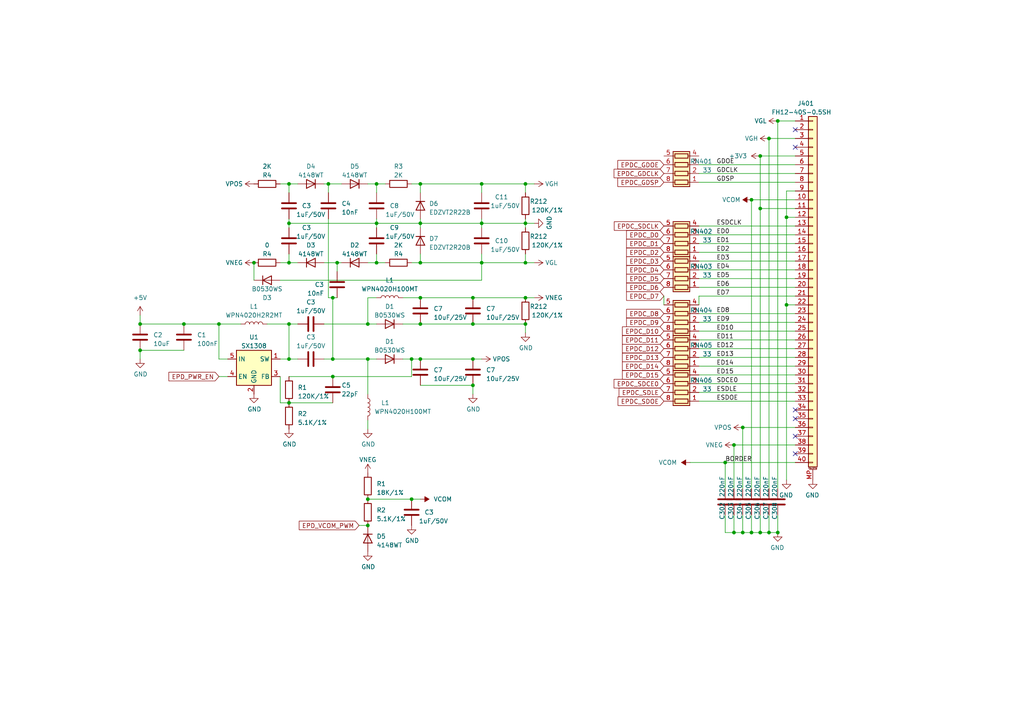
<source format=kicad_sch>
(kicad_sch (version 20230121) (generator eeschema)
  (paper "A4")
  (title_block (title "Caster EPDC") (date "2022-07-03") (rev "R0.4") (company "Copyright 2022 Modos / Engineer: Wenting Zhang"))
  (lib_symbols
    (symbol "Connector_Generic_MountingPin:Conn_01x40_MountingPin" (pin_names (offset 1.016) hide)
      (property "Reference" "J" (at 0 50.8 0))
      (property "Value" "Conn_01x40_MountingPin" (at 1.27 -53.34 0))
      (symbol "Conn_01x40_MountingPin_1_1"
        (text "Mounting" (at 0 -52.451 0) (effects (font (size 0.381 0.381))))
        (pin passive line (at -5.08 48.26 0) (length 3.81) (name "Pin_1") (number "1"))
        (pin passive line (at -5.08 25.4 0) (length 3.81) (name "Pin_10") (number "10"))
        (pin passive line (at -5.08 22.86 0) (length 3.81) (name "Pin_11") (number "11"))
        (pin passive line (at -5.08 20.32 0) (length 3.81) (name "Pin_12") (number "12"))
        (pin passive line (at -5.08 17.78 0) (length 3.81) (name "Pin_13") (number "13"))
        (pin passive line (at -5.08 15.24 0) (length 3.81) (name "Pin_14") (number "14"))
        (pin passive line (at -5.08 12.7 0) (length 3.81) (name "Pin_15") (number "15"))
        (pin passive line (at -5.08 10.16 0) (length 3.81) (name "Pin_16") (number "16"))
        (pin passive line (at -5.08 7.62 0) (length 3.81) (name "Pin_17") (number "17"))
        (pin passive line (at -5.08 5.08 0) (length 3.81) (name "Pin_18") (number "18"))
        (pin passive line (at -5.08 2.54 0) (length 3.81) (name "Pin_19") (number "19"))
        (pin passive line (at -5.08 45.72 0) (length 3.81) (name "Pin_2") (number "2"))
        (pin passive line (at -5.08 0 0) (length 3.81) (name "Pin_20") (number "20"))
        (pin passive line (at -5.08 -2.54 0) (length 3.81) (name "Pin_21") (number "21"))
        (pin passive line (at -5.08 -5.08 0) (length 3.81) (name "Pin_22") (number "22"))
        (pin passive line (at -5.08 -7.62 0) (length 3.81) (name "Pin_23") (number "23"))
        (pin passive line (at -5.08 -10.16 0) (length 3.81) (name "Pin_24") (number "24"))
        (pin passive line (at -5.08 -12.7 0) (length 3.81) (name "Pin_25") (number "25"))
        (pin passive line (at -5.08 -15.24 0) (length 3.81) (name "Pin_26") (number "26"))
        (pin passive line (at -5.08 -17.78 0) (length 3.81) (name "Pin_27") (number "27"))
        (pin passive line (at -5.08 -20.32 0) (length 3.81) (name "Pin_28") (number "28"))
        (pin passive line (at -5.08 -22.86 0) (length 3.81) (name "Pin_29") (number "29"))
        (pin passive line (at -5.08 43.18 0) (length 3.81) (name "Pin_3") (number "3"))
        (pin passive line (at -5.08 -25.4 0) (length 3.81) (name "Pin_30") (number "30"))
        (pin passive line (at -5.08 -27.94 0) (length 3.81) (name "Pin_31") (number "31"))
        (pin passive line (at -5.08 -30.48 0) (length 3.81) (name "Pin_32") (number "32"))
        (pin passive line (at -5.08 -33.02 0) (length 3.81) (name "Pin_33") (number "33"))
        (pin passive line (at -5.08 -35.56 0) (length 3.81) (name "Pin_34") (number "34"))
        (pin passive line (at -5.08 -38.1 0) (length 3.81) (name "Pin_35") (number "35"))
        (pin passive line (at -5.08 -40.64 0) (length 3.81) (name "Pin_36") (number "36"))
        (pin passive line (at -5.08 -43.18 0) (length 3.81) (name "Pin_37") (number "37"))
        (pin passive line (at -5.08 -45.72 0) (length 3.81) (name "Pin_38") (number "38"))
        (pin passive line (at -5.08 -48.26 0) (length 3.81) (name "Pin_39") (number "39"))
        (pin passive line (at -5.08 40.64 0) (length 3.81) (name "Pin_4") (number "4"))
        (pin passive line (at -5.08 -50.8 0) (length 3.81) (name "Pin_40") (number "40"))
        (pin passive line (at -5.08 38.1 0) (length 3.81) (name "Pin_5") (number "5"))
        (pin passive line (at -5.08 35.56 0) (length 3.81) (name "Pin_6") (number "6"))
        (pin passive line (at -5.08 33.02 0) (length 3.81) (name "Pin_7") (number "7"))
        (pin passive line (at -5.08 30.48 0) (length 3.81) (name "Pin_8") (number "8"))
        (pin passive line (at -5.08 27.94 0) (length 3.81) (name "Pin_9") (number "9"))
        (pin passive line (at 0 -55.88 90) (length 3.048) (name "MountPin") (number "MP"))
      )
    )
    (symbol "Device:C" (pin_numbers hide) (pin_names (offset 0.254))
      (property "Reference" "C" (at 0.635 2.54 0))
      (property "Value" "C" (at 0.635 -2.54 0))
      (symbol "C_1_1"
        (pin passive line (at 0 3.81 270) (length 2.794) (name "~") (number "1"))
        (pin passive line (at 0 -3.81 90) (length 2.794) (name "~") (number "2"))
      )
    )
    (symbol "Device:D" (pin_numbers hide) (pin_names (offset 1.016) hide)
      (property "Reference" "D" (at 0 2.54 0))
      (property "Value" "D" (at 0 -2.54 0))
      (symbol "D_1_1"
        (pin passive line (at -3.81 0 0) (length 2.54) (name "K") (number "1"))
        (pin passive line (at 3.81 0 180) (length 2.54) (name "A") (number "2"))
      )
    )
    (symbol "Device:L" (pin_numbers hide) (pin_names (offset 1.016) hide)
      (property "Reference" "L" (at -1.27 0 90))
      (property "Value" "L" (at 1.905 0 90))
      (symbol "L_1_1"
        (pin passive line (at 0 3.81 270) (length 1.27) (name "1") (number "1"))
        (pin passive line (at 0 -3.81 90) (length 1.27) (name "2") (number "2"))
      )
    )
    (symbol "Device:R" (pin_numbers hide) (pin_names (offset 0))
      (property "Reference" "R" (at 2.032 0 90))
      (property "Value" "R" (at 0 0 90))
      (symbol "R_1_1"
        (pin passive line (at 0 3.81 270) (length 1.27) (name "~") (number "1"))
        (pin passive line (at 0 -3.81 90) (length 1.27) (name "~") (number "2"))
      )
    )
    (symbol "Device:R_Pack04" (pin_names (offset 0) hide)
      (property "Reference" "RN" (at -7.62 0 90))
      (property "Value" "R_Pack04" (at 5.08 0 90))
      (symbol "R_Pack04_1_1"
        (pin passive line (at -5.08 -5.08 90) (length 2.54) (name "R1.1") (number "1"))
        (pin passive line (at -2.54 -5.08 90) (length 2.54) (name "R2.1") (number "2"))
        (pin passive line (at 0 -5.08 90) (length 2.54) (name "R3.1") (number "3"))
        (pin passive line (at 2.54 -5.08 90) (length 2.54) (name "R4.1") (number "4"))
        (pin passive line (at 2.54 5.08 270) (length 2.54) (name "R4.2") (number "5"))
        (pin passive line (at 0 5.08 270) (length 2.54) (name "R3.2") (number "6"))
        (pin passive line (at -2.54 5.08 270) (length 2.54) (name "R2.2") (number "7"))
        (pin passive line (at -5.08 5.08 270) (length 2.54) (name "R1.2") (number "8"))
      )
    )
    (symbol "Regulator_Switching:MT3608"
      (property "Reference" "U" (at -2.54 8.89 0))
      (property "Value" "MT3608" (at -3.81 6.35 0))
      (symbol "MT3608_1_1"
        (pin passive line (at 7.62 2.54 180) (length 2.54) (name "SW") (number "1"))
        (pin power_in line (at 0 -7.62 90) (length 2.54) (name "GND") (number "2"))
        (pin input line (at 7.62 -2.54 180) (length 2.54) (name "FB") (number "3"))
        (pin input line (at -7.62 -2.54 0) (length 2.54) (name "EN") (number "4"))
        (pin power_in line (at -7.62 2.54 0) (length 2.54) (name "IN") (number "5"))
        (pin no_connect line (at 5.08 0 180) (length 2.54) hide (name "NC") (number "6"))
      )
    )
    (symbol "power:+3V3" (power) (pin_names (offset 0))
      (property "Value" "+3V3" (at 0 3.556 0))
      (symbol "+3V3_1_1"
        (pin power_in line (at 0 0 90) (length 0) hide (name "+3V3") (number "1"))
      )
    )
    (symbol "power:+5V" (power) (pin_names (offset 0))
      (property "Value" "+5V" (at 0 3.556 0))
      (symbol "+5V_1_1"
        (pin power_in line (at 0 0 90) (length 0) hide (name "+5V") (number "1"))
      )
    )
    (symbol "power:GND" (power) (pin_names (offset 0))
      (property "Value" "GND" (at 0 -3.81 0))
      (symbol "GND_1_1"
        (pin power_in line (at 0 0 270) (length 0) hide (name "GND") (number "1"))
      )
    )
    (symbol "power:VCOM" (power) (pin_names (offset 0))
      (property "Value" "VCOM" (at 0 3.81 0))
      (symbol "VCOM_1_1"
        (pin power_in line (at 0 0 90) (length 0) hide (name "VCOM") (number "1"))
      )
    )
    (symbol "symbols:VGH" (power) (pin_names (offset 0))
      (property "Value" "VGH" (at 0 3.556 0))
      (symbol "VGH_1_1"
        (pin power_in line (at 0 0 90) (length 0) hide (name "VGH") (number "1"))
      )
    )
    (symbol "symbols:VGL" (power) (pin_names (offset 0))
      (property "Value" "VGL" (at 0 3.556 0))
      (symbol "VGL_1_1"
        (pin power_in line (at 0 0 90) (length 0) hide (name "VGL") (number "1"))
      )
    )
    (symbol "symbols:VNEG" (power) (pin_names (offset 0))
      (property "Value" "VNEG" (at 0 3.556 0))
      (symbol "VNEG_1_1"
        (pin power_in line (at 0 0 90) (length 0) hide (name "VNEG") (number "1"))
      )
    )
    (symbol "symbols:VPOS" (power) (pin_names (offset 0))
      (property "Value" "VPOS" (at 0 3.556 0))
      (symbol "VPOS_1_1"
        (pin power_in line (at 0 0 90) (length 0) hide (name "VPOS") (number "1"))
      )
    )
  )
  (junction (at 215.4211 123.9812) (diameter 0.9144))
  (junction (at 83.82 76.2))
  (junction (at 96.52 109.22))
  (junction (at 121.92 93.98))
  (junction (at 83.82 104.14))
  (junction (at 97.79 76.2))
  (junction (at 137.16 93.98))
  (junction (at 63.5 93.98))
  (junction (at 121.92 76.2))
  (junction (at 83.82 93.98))
  (junction (at 96.52 104.14))
  (junction (at 220.5011 154.4612) (diameter 0.9144))
  (junction (at 217.9611 57.9412))
  (junction (at 225.5811 154.4612) (diameter 0.9144))
  (junction (at 152.4 76.2))
  (junction (at 137.16 111.76))
  (junction (at 83.82 64.77))
  (junction (at 152.4 93.98))
  (junction (at 137.16 86.36))
  (junction (at 73.66 76.2))
  (junction (at 228.1211 63.0212) (diameter 0.9144))
  (junction (at 40.64 101.6))
  (junction (at 220.5011 45.2412))
  (junction (at 121.92 86.36))
  (junction (at 137.16 104.14))
  (junction (at 96.52 86.36))
  (junction (at 139.7 53.34))
  (junction (at 210.3411 134.1412) (diameter 0.9144))
  (junction (at 217.9611 154.4612) (diameter 0.9144))
  (junction (at 225.5811 35.0812) (diameter 0.9144))
  (junction (at 121.92 104.14))
  (junction (at 109.22 53.34))
  (junction (at 223.0411 154.4612) (diameter 0.9144))
  (junction (at 139.7 64.77))
  (junction (at 95.25 53.34))
  (junction (at 139.7 76.2))
  (junction (at 223.0411 40.1612) (diameter 0.9144))
  (junction (at 152.4 86.36))
  (junction (at 106.68 152.4))
  (junction (at 53.34 93.98))
  (junction (at 106.68 93.98))
  (junction (at 119.38 104.14))
  (junction (at 83.82 53.34))
  (junction (at 106.68 144.78))
  (junction (at 40.64 93.98))
  (junction (at 119.38 144.78))
  (junction (at 152.4 53.34))
  (junction (at 121.92 53.34))
  (junction (at 83.82 116.84))
  (junction (at 212.8811 129.0612) (diameter 0.9144))
  (junction (at 106.68 104.14))
  (junction (at 109.22 76.2))
  (junction (at 152.4 64.77))
  (junction (at 228.1211 88.4212) (diameter 0.9144))
  (junction (at 109.22 64.77))
  (junction (at 215.4211 154.4612) (diameter 0.9144))
  (junction (at 212.8811 154.4612) (diameter 0.9144))
  (junction (at 121.92 64.77))
  (junction (at 220.5011 60.4812) (diameter 0.9144))
  (no_connect (at 230.6611 131.6012))
  (no_connect (at 230.6611 118.9012))
  (no_connect (at 230.6611 121.4412))
  (no_connect (at 230.6611 126.5212))
  (no_connect (at 230.6611 37.6212))
  (no_connect (at 230.6611 42.7012))
  (wire (pts (xy 77.47 93.98) (xy 83.82 93.98)))
  (wire (pts (xy 202.7211 70.6412) (xy 230.6611 70.6412)))
  (wire (pts (xy 152.4 93.98) (xy 152.4 96.52)))
  (wire (pts (xy 202.7211 85.8812) (xy 230.6611 85.8812)))
  (wire (pts (xy 223.0411 40.1612) (xy 230.6611 40.1612)))
  (wire (pts (xy 83.82 73.66) (xy 83.82 76.2)))
  (wire (pts (xy 121.92 86.36) (xy 137.16 86.36)))
  (wire (pts (xy 106.68 121.92) (xy 106.68 124.46)))
  (wire (pts (xy 137.16 104.14) (xy 139.7 104.14)))
  (wire (pts (xy 97.79 76.2) (xy 99.06 76.2)))
  (wire (pts (xy 220.5011 60.4812) (xy 220.5011 141.7612)))
  (wire (pts (xy 93.98 93.98) (xy 106.68 93.98)))
  (wire (pts (xy 83.82 109.22) (xy 96.52 109.22)))
  (wire (pts (xy 202.7211 47.7812) (xy 230.6611 47.7812)))
  (wire (pts (xy 217.9611 57.9412) (xy 230.6611 57.9412)))
  (wire (pts (xy 40.64 93.98) (xy 53.34 93.98)))
  (wire (pts (xy 202.7211 65.5612) (xy 230.6611 65.5612)))
  (wire (pts (xy 121.92 76.2) (xy 139.7 76.2)))
  (wire (pts (xy 109.22 64.77) (xy 121.92 64.77)))
  (wire (pts (xy 202.7211 75.7212) (xy 230.6611 75.7212)))
  (wire (pts (xy 202.7211 101.1212) (xy 230.6611 101.1212)))
  (wire (pts (xy 109.22 86.36) (xy 106.68 86.36)))
  (wire (pts (xy 192.5611 85.8812) (xy 192.5611 88.4212)))
  (wire (pts (xy 228.1211 55.4012) (xy 228.1211 63.0212)))
  (wire (pts (xy 81.28 53.34) (xy 83.82 53.34)))
  (wire (pts (xy 106.68 144.78) (xy 119.38 144.78)))
  (wire (pts (xy 106.68 53.34) (xy 109.22 53.34)))
  (wire (pts (xy 152.4 53.34) (xy 154.94 53.34)))
  (wire (pts (xy 202.7211 90.9612) (xy 230.6611 90.9612)))
  (wire (pts (xy 119.38 144.78) (xy 121.92 144.78)))
  (wire (pts (xy 53.34 93.98) (xy 63.5 93.98)))
  (wire (pts (xy 116.84 104.14) (xy 119.38 104.14)))
  (wire (pts (xy 73.66 76.2) (xy 73.66 81.28)))
  (wire (pts (xy 152.4 64.77) (xy 152.4 66.04)))
  (wire (pts (xy 109.22 53.34) (xy 109.22 55.88)))
  (wire (pts (xy 137.16 86.36) (xy 152.4 86.36)))
  (wire (pts (xy 202.7211 108.7412) (xy 230.6611 108.7412)))
  (wire (pts (xy 210.3411 149.3812) (xy 210.3411 154.4612)))
  (wire (pts (xy 83.82 64.77) (xy 109.22 64.77)))
  (wire (pts (xy 121.92 93.98) (xy 137.16 93.98)))
  (wire (pts (xy 228.1211 63.0212) (xy 228.1211 88.4212)))
  (wire (pts (xy 121.92 53.34) (xy 119.38 53.34)))
  (wire (pts (xy 210.3411 134.1412) (xy 210.3411 141.7612)))
  (wire (pts (xy 40.64 101.6) (xy 53.34 101.6)))
  (wire (pts (xy 202.7211 111.2812) (xy 230.6611 111.2812)))
  (wire (pts (xy 109.22 76.2) (xy 111.76 76.2)))
  (wire (pts (xy 121.92 104.14) (xy 137.16 104.14)))
  (wire (pts (xy 97.79 76.2) (xy 97.79 78.74)))
  (wire (pts (xy 202.7211 83.3412) (xy 230.6611 83.3412)))
  (wire (pts (xy 202.7211 96.0412) (xy 230.6611 96.0412)))
  (wire (pts (xy 66.04 109.22) (xy 63.5 109.22)))
  (wire (pts (xy 139.7 53.34) (xy 121.92 53.34)))
  (wire (pts (xy 95.25 53.34) (xy 95.25 55.88)))
  (wire (pts (xy 220.5011 45.2412) (xy 230.6611 45.2412)))
  (wire (pts (xy 106.68 76.2) (xy 109.22 76.2)))
  (wire (pts (xy 40.64 101.6) (xy 40.64 104.14)))
  (wire (pts (xy 81.28 76.2) (xy 83.82 76.2)))
  (wire (pts (xy 95.25 86.36) (xy 96.52 86.36)))
  (wire (pts (xy 83.82 116.84) (xy 81.28 116.84)))
  (wire (pts (xy 121.92 64.77) (xy 121.92 66.04)))
  (wire (pts (xy 200.1811 134.1412) (xy 210.3411 134.1412)))
  (wire (pts (xy 202.7211 52.8612) (xy 230.6611 52.8612)))
  (wire (pts (xy 96.52 104.14) (xy 106.68 104.14)))
  (wire (pts (xy 152.4 86.36) (xy 154.94 86.36)))
  (wire (pts (xy 109.22 73.66) (xy 109.22 76.2)))
  (wire (pts (xy 137.16 111.76) (xy 137.16 114.3)))
  (wire (pts (xy 96.52 109.22) (xy 119.38 109.22)))
  (wire (pts (xy 217.9611 149.3812) (xy 217.9611 154.4612)))
  (wire (pts (xy 223.0411 154.4612) (xy 225.5811 154.4612)))
  (wire (pts (xy 69.85 93.98) (xy 63.5 93.98)))
  (wire (pts (xy 202.7211 116.3612) (xy 230.6611 116.3612)))
  (wire (pts (xy 217.9611 57.9412) (xy 217.9611 141.7612)))
  (wire (pts (xy 202.7211 98.5812) (xy 230.6611 98.5812)))
  (wire (pts (xy 215.4211 123.9812) (xy 215.4211 141.7612)))
  (wire (pts (xy 228.1211 88.4212) (xy 230.6611 88.4212)))
  (wire (pts (xy 83.82 53.34) (xy 83.82 55.88)))
  (wire (pts (xy 228.1211 88.4212) (xy 228.1211 139.2212)))
  (wire (pts (xy 225.5811 35.0812) (xy 225.5811 141.7612)))
  (wire (pts (xy 40.64 91.44) (xy 40.64 93.98)))
  (wire (pts (xy 152.4 63.5) (xy 152.4 64.77)))
  (wire (pts (xy 139.7 55.88) (xy 139.7 53.34)))
  (wire (pts (xy 63.5 93.98) (xy 63.5 104.14)))
  (wire (pts (xy 202.7211 93.5012) (xy 230.6611 93.5012)))
  (wire (pts (xy 139.7 64.77) (xy 139.7 66.04)))
  (wire (pts (xy 106.68 93.98) (xy 109.22 93.98)))
  (wire (pts (xy 139.7 64.77) (xy 152.4 64.77)))
  (wire (pts (xy 225.5811 149.3812) (xy 225.5811 154.4612)))
  (wire (pts (xy 116.84 86.36) (xy 121.92 86.36)))
  (wire (pts (xy 93.98 76.2) (xy 97.79 76.2)))
  (wire (pts (xy 81.28 104.14) (xy 83.82 104.14)))
  (wire (pts (xy 106.68 86.36) (xy 106.68 93.98)))
  (wire (pts (xy 83.82 104.14) (xy 86.36 104.14)))
  (wire (pts (xy 81.28 116.84) (xy 81.28 109.22)))
  (wire (pts (xy 83.82 63.5) (xy 83.82 64.77)))
  (wire (pts (xy 121.92 64.77) (xy 139.7 64.77)))
  (wire (pts (xy 106.68 104.14) (xy 109.22 104.14)))
  (wire (pts (xy 109.22 64.77) (xy 109.22 66.04)))
  (wire (pts (xy 83.82 93.98) (xy 86.36 93.98)))
  (wire (pts (xy 109.22 53.34) (xy 111.76 53.34)))
  (wire (pts (xy 93.98 53.34) (xy 95.25 53.34)))
  (wire (pts (xy 215.4211 154.4612) (xy 217.9611 154.4612)))
  (wire (pts (xy 139.7 76.2) (xy 152.4 76.2)))
  (wire (pts (xy 202.7211 103.6612) (xy 230.6611 103.6612)))
  (wire (pts (xy 81.28 81.28) (xy 139.7 81.28)))
  (wire (pts (xy 119.38 109.22) (xy 119.38 104.14)))
  (wire (pts (xy 106.68 104.14) (xy 106.68 114.3)))
  (wire (pts (xy 83.82 93.98) (xy 83.82 104.14)))
  (wire (pts (xy 225.5811 35.0812) (xy 230.6611 35.0812)))
  (wire (pts (xy 152.4 73.66) (xy 152.4 76.2)))
  (wire (pts (xy 121.92 111.76) (xy 137.16 111.76)))
  (wire (pts (xy 83.82 76.2) (xy 86.36 76.2)))
  (wire (pts (xy 83.82 64.77) (xy 83.82 66.04)))
  (wire (pts (xy 137.16 93.98) (xy 152.4 93.98)))
  (wire (pts (xy 220.5011 60.4812) (xy 230.6611 60.4812)))
  (wire (pts (xy 139.7 53.34) (xy 152.4 53.34)))
  (wire (pts (xy 104.14 152.4) (xy 106.68 152.4)))
  (wire (pts (xy 116.84 93.98) (xy 121.92 93.98)))
  (wire (pts (xy 63.5 104.14) (xy 66.04 104.14)))
  (wire (pts (xy 212.8811 149.3812) (xy 212.8811 154.4612)))
  (wire (pts (xy 202.7211 106.2012) (xy 230.6611 106.2012)))
  (wire (pts (xy 95.25 63.5) (xy 95.25 86.36)))
  (wire (pts (xy 86.36 53.34) (xy 83.82 53.34)))
  (wire (pts (xy 228.1211 63.0212) (xy 230.6611 63.0212)))
  (wire (pts (xy 223.0411 40.1612) (xy 223.0411 141.7612)))
  (wire (pts (xy 121.92 73.66) (xy 121.92 76.2)))
  (wire (pts (xy 96.52 86.36) (xy 97.79 86.36)))
  (wire (pts (xy 139.7 81.28) (xy 139.7 76.2)))
  (wire (pts (xy 223.0411 149.3812) (xy 223.0411 154.4612)))
  (wire (pts (xy 152.4 64.77) (xy 154.94 64.77)))
  (wire (pts (xy 215.4211 149.3812) (xy 215.4211 154.4612)))
  (wire (pts (xy 152.4 76.2) (xy 154.94 76.2)))
  (wire (pts (xy 212.8811 154.4612) (xy 215.4211 154.4612)))
  (wire (pts (xy 109.22 63.5) (xy 109.22 64.77)))
  (wire (pts (xy 121.92 53.34) (xy 121.92 55.88)))
  (wire (pts (xy 212.8811 129.0612) (xy 230.6611 129.0612)))
  (wire (pts (xy 152.4 53.34) (xy 152.4 55.88)))
  (wire (pts (xy 202.7211 68.1012) (xy 230.6611 68.1012)))
  (wire (pts (xy 210.3411 154.4612) (xy 212.8811 154.4612)))
  (wire (pts (xy 202.7211 113.8212) (xy 230.6611 113.8212)))
  (wire (pts (xy 202.7211 78.2612) (xy 230.6611 78.2612)))
  (wire (pts (xy 202.7211 85.8812) (xy 202.7211 88.4212)))
  (wire (pts (xy 220.5011 45.2412) (xy 220.5011 60.4812)))
  (wire (pts (xy 119.38 104.14) (xy 121.92 104.14)))
  (wire (pts (xy 202.7211 73.1812) (xy 230.6611 73.1812)))
  (wire (pts (xy 215.4211 123.9812) (xy 230.6611 123.9812)))
  (wire (pts (xy 212.8811 129.0612) (xy 212.8811 141.7612)))
  (wire (pts (xy 139.7 63.5) (xy 139.7 64.77)))
  (wire (pts (xy 202.7211 50.3212) (xy 230.6611 50.3212)))
  (wire (pts (xy 217.9611 154.4612) (xy 220.5011 154.4612)))
  (wire (pts (xy 220.5011 149.3812) (xy 220.5011 154.4612)))
  (wire (pts (xy 210.3411 134.1412) (xy 230.6611 134.1412)))
  (wire (pts (xy 220.5011 154.4612) (xy 223.0411 154.4612)))
  (wire (pts (xy 230.6611 55.4012) (xy 228.1211 55.4012)))
  (wire (pts (xy 202.7211 80.8012) (xy 230.6611 80.8012)))
  (wire (pts (xy 83.82 116.84) (xy 96.52 116.84)))
  (wire (pts (xy 95.25 53.34) (xy 99.06 53.34)))
  (wire (pts (xy 96.52 86.36) (xy 96.52 104.14)))
  (wire (pts (xy 93.98 104.14) (xy 96.52 104.14)))
  (wire (pts (xy 139.7 73.66) (xy 139.7 76.2)))
  (wire (pts (xy 121.92 63.5) (xy 121.92 64.77)))
  (wire (pts (xy 119.38 76.2) (xy 121.92 76.2)))
  (label "GDOE" (at 207.8011 47.7812 0))
  (label "ED15" (at 207.8011 108.7412 0))
  (label "ED14" (at 207.8011 106.2012 0))
  (label "ED13" (at 207.8011 103.6612 0))
  (label "ESDCLK" (at 207.8011 65.5612 0))
  (label "GDCLK" (at 207.8011 50.3212 0))
  (label "ESDLE" (at 207.8011 113.8212 0))
  (label "ED1" (at 207.8011 70.6412 0))
  (label "ED9" (at 207.8011 93.5012 0))
  (label "ED10" (at 207.8011 96.0412 0))
  (label "ED11" (at 207.8011 98.5812 0))
  (label "ESDOE" (at 207.8011 116.3612 0))
  (label "ED7" (at 207.8011 85.8812 0))
  (label "ED6" (at 207.8011 83.3412 0))
  (label "ED2" (at 207.8011 73.1812 0))
  (label "GDSP" (at 207.8011 52.8612 0))
  (label "BORDER" (at 210.3411 134.1412 0))
  (label "ED5" (at 207.8011 80.8012 0))
  (label "ED12" (at 207.8011 101.1212 0))
  (label "ED4" (at 207.8011 78.2612 0))
  (label "ED3" (at 207.8011 75.7212 0))
  (label "ED8" (at 207.8011 90.9612 0))
  (label "SDCE0" (at 207.8011 111.2812 0))
  (label "ED0" (at 207.8011 68.1012 0))
  (global_label "EPDC_D2" (shape input) (at 192.5611 73.1812 180) (property "Intersheetrefs" "${INTERSHEET_REFS}" (effects hide)))
  (global_label "EPDC_D9" (shape input) (at 192.5611 93.5012 180) (property "Intersheetrefs" "${INTERSHEET_REFS}" (effects hide)))
  (global_label "EPDC_GDSP" (shape input) (at 192.5611 52.8612 180) (property "Intersheetrefs" "${INTERSHEET_REFS}" (effects hide)))
  (global_label "EPDC_D4" (shape input) (at 192.5611 78.2612 180) (property "Intersheetrefs" "${INTERSHEET_REFS}" (effects hide)))
  (global_label "EPDC_D11" (shape input) (at 192.5611 98.5812 180) (property "Intersheetrefs" "${INTERSHEET_REFS}" (effects hide)))
  (global_label "EPDC_D15" (shape input) (at 192.5611 108.7412 180) (property "Intersheetrefs" "${INTERSHEET_REFS}" (effects hide)))
  (global_label "EPDC_SDCLK" (shape input) (at 192.5611 65.5612 180) (property "Intersheetrefs" "${INTERSHEET_REFS}" (effects hide)))
  (global_label "EPDC_GDOE" (shape input) (at 192.5611 47.7812 180) (property "Intersheetrefs" "${INTERSHEET_REFS}" (effects hide)))
  (global_label "EPDC_D8" (shape input) (at 192.5611 90.9612 180) (property "Intersheetrefs" "${INTERSHEET_REFS}" (effects hide)))
  (global_label "EPDC_GDCLK" (shape input) (at 192.5611 50.3212 180) (property "Intersheetrefs" "${INTERSHEET_REFS}" (effects hide)))
  (global_label "EPDC_D7" (shape input) (at 192.5611 85.8812 180) (property "Intersheetrefs" "${INTERSHEET_REFS}" (effects hide)))
  (global_label "EPDC_SDOE" (shape input) (at 192.5611 116.3612 180) (property "Intersheetrefs" "${INTERSHEET_REFS}" (effects hide)))
  (global_label "EPDC_D12" (shape input) (at 192.5611 101.1212 180) (property "Intersheetrefs" "${INTERSHEET_REFS}" (effects hide)))
  (global_label "EPDC_D13" (shape input) (at 192.5611 103.6612 180) (property "Intersheetrefs" "${INTERSHEET_REFS}" (effects hide)))
  (global_label "EPDC_D6" (shape input) (at 192.5611 83.3412 180) (property "Intersheetrefs" "${INTERSHEET_REFS}" (effects hide)))
  (global_label "EPDC_D14" (shape input) (at 192.5611 106.2012 180) (property "Intersheetrefs" "${INTERSHEET_REFS}" (effects hide)))
  (global_label "EPDC_SDLE" (shape input) (at 192.5611 113.8212 180) (property "Intersheetrefs" "${INTERSHEET_REFS}" (effects hide)))
  (global_label "EPD_VCOM_PWM" (shape input) (at 104.14 152.4 180) (property "Intersheetrefs" "${INTERSHEET_REFS}" (effects hide)))
  (global_label "EPDC_D5" (shape input) (at 192.5611 80.8012 180) (property "Intersheetrefs" "${INTERSHEET_REFS}" (effects hide)))
  (global_label "EPDC_D0" (shape input) (at 192.5611 68.1012 180) (property "Intersheetrefs" "${INTERSHEET_REFS}" (effects hide)))
  (global_label "EPD_PWR_EN" (shape input) (at 63.5 109.22 180) (property "Intersheetrefs" "${INTERSHEET_REFS}" (effects hide)))
  (global_label "EPDC_D10" (shape input) (at 192.5611 96.0412 180) (property "Intersheetrefs" "${INTERSHEET_REFS}" (effects hide)))
  (global_label "EPDC_SDCE0" (shape input) (at 192.5611 111.2812 180) (property "Intersheetrefs" "${INTERSHEET_REFS}" (effects hide)))
  (global_label "EPDC_D3" (shape input) (at 192.5611 75.7212 180) (property "Intersheetrefs" "${INTERSHEET_REFS}" (effects hide)))
  (global_label "EPDC_D1" (shape input) (at 192.5611 70.6412 180) (property "Intersheetrefs" "${INTERSHEET_REFS}" (effects hide)))
  (symbol (lib_id "Device:C") (at 137.16 90.17 0) (unit 1)
    (property "Reference" "C7" (at 140.97 89.535 0) (effects (justify left)))
    (property "Value" "10uF/25V" (at 140.97 92.075 0) (effects (justify left)))
    (property "Footprint" "Capacitor_SMD:C_0603_1608Metric" (effects hide))
    (instances (project "adapter" (path "" (reference "C7") (unit 1))) (project "pcb" (path "" (reference "C406") (unit 1))))
  )
  (symbol (lib_id "Device:C") (at 40.64 97.79 0) (unit 1)
    (property "Reference" "C2" (at 44.45 97.155 0) (effects (justify left)))
    (property "Value" "10uF" (at 44.45 99.695 0) (effects (justify left)))
    (property "Footprint" "Capacitor_SMD:C_0603_1608Metric" (effects hide))
    (instances (project "adapter" (path "" (reference "C2") (unit 1))) (project "pcb" (path "" (reference "C422") (unit 1))))
  )
  (symbol (lib_id "symbols:VNEG") (at 212.8811 129.0612 90) (unit 1)
    (property "Reference" "#PWR0402" (effects hide))
    (property "Value" "VNEG" (at 207.1661 129.0612 90))
  )
  (symbol (lib_id "Device:D") (at 90.17 53.34 180) (unit 1)
    (property "Reference" "D4" (at 90.17 48.26 0))
    (property "Value" "4148WT" (at 90.17 50.8 0))
    (property "Footprint" "Diode_SMD:D_SOD-523" (effects hide))
    (property "Sim.Device" "D" (effects hide))
    (property "Sim.Pins" "1=K 2=A" (effects hide))
    (instances (project "adapter" (path "" (reference "D4") (unit 1))) (project "pcb" (path "" (reference "D408") (unit 1))))
  )
  (symbol (lib_id "power:GND") (at 106.68 160.02 0) (unit 1)
    (property "Reference" "#PWR011" (effects hide))
    (property "Value" "GND" (at 106.807 164.4142 0))
    (instances (project "adapter" (path "" (reference "#PWR011") (unit 1))) (project "pcb" (path "" (reference "#PWR0422") (unit 1))))
  )
  (symbol (lib_id "symbols:VGL") (at 154.94 76.2 270) (unit 1)
    (property "Reference" "#PWR0417" (effects hide))
    (property "Value" "VGL" (at 158.115 76.2001 90) (effects (justify left)))
  )
  (symbol (lib_id "Device:R_Pack04") (at 197.6411 90.9612 90) (unit 1)
    (property "Reference" "RN404" (at 206.6327 89.996 90) (effects (justify left)))
    (property "Value" "33" (at 206.4041 92.536 90) (effects (justify left)))
    (property "Footprint" "Resistor_SMD:R_Array_Convex_4x0402" (effects hide))
  )
  (symbol (lib_id "symbols:VPOS") (at 73.66 53.34 90) (unit 1)
    (property "Reference" "#PWR0413" (effects hide))
    (property "Value" "VPOS" (at 70.485 53.3399 90) (effects (justify left)))
  )
  (symbol (lib_id "Device:C") (at 225.5811 145.5712 0) (unit 1)
    (property "Reference" "C308" (at 224.6921 150.7528 90) (effects (justify left)))
    (property "Value" "220nF" (at 224.6921 144.1742 90) (effects (justify left)))
    (property "Footprint" "Capacitor_SMD:C_0402_1005Metric" (effects hide))
    (property "LCSC" "C880414" (effects hide))
    (property "Ref.Price" "0.0036" (effects hide))
  )
  (symbol (lib_id "Device:C") (at 215.4211 145.5712 0) (unit 1)
    (property "Reference" "C304" (at 214.5321 150.7528 90) (effects (justify left)))
    (property "Value" "220nF" (at 214.5321 144.1742 90) (effects (justify left)))
    (property "Footprint" "Capacitor_SMD:C_0402_1005Metric" (effects hide))
    (property "LCSC" "C880414" (effects hide))
    (property "Ref.Price" "0.0036" (effects hide))
  )
  (symbol (lib_id "Device:R") (at 152.4 59.69 180) (unit 1)
    (property "Reference" "R212" (at 156.21 58.42 0))
    (property "Value" "120K/1%" (at 158.75 60.96 0))
    (property "Footprint" "Resistor_SMD:R_0402_1005Metric" (effects hide))
    (property "LCSC" "C112303" (effects hide))
    (property "Ref.Price" "0.001" (effects hide))
    (instances (project "pcb" (path "" (reference "R212") (unit 1)) (path "" (reference "R404") (unit 1))))
  )
  (symbol (lib_id "Device:R") (at 77.47 53.34 90) (mirror x) (unit 1)
    (property "Reference" "R4" (at 77.47 50.8 90))
    (property "Value" "2K" (at 77.47 48.26 90))
    (property "Footprint" "Resistor_SMD:R_0402_1005Metric" (effects hide))
    (instances (project "adapter" (path "" (reference "R4") (unit 1))) (project "pcb" (path "" (reference "R402") (unit 1))))
  )
  (symbol (lib_id "power:GND") (at 73.66 114.3 0) (unit 1)
    (property "Reference" "#PWR010" (effects hide))
    (property "Value" "GND" (at 73.787 118.6942 0))
    (instances (project "adapter" (path "" (reference "#PWR010") (unit 1))) (project "pcb" (path "" (reference "#PWR0451") (unit 1))))
  )
  (symbol (lib_id "Device:C") (at 109.22 59.69 0) (unit 1)
    (property "Reference" "C8" (at 113.03 59.69 0) (effects (justify left)))
    (property "Value" "1uF/50V" (at 111.76 62.23 0) (effects (justify left)))
    (property "Footprint" "Capacitor_SMD:C_0603_1608Metric" (effects hide))
    (instances (project "adapter" (path "" (reference "C8") (unit 1))) (project "pcb" (path "" (reference "C426") (unit 1))))
  )
  (symbol (lib_id "Device:C") (at 121.92 107.95 0) (unit 1)
    (property "Reference" "C7" (at 125.73 107.315 0) (effects (justify left)))
    (property "Value" "10uF/25V" (at 125.73 109.855 0) (effects (justify left)))
    (property "Footprint" "Capacitor_SMD:C_0603_1608Metric" (effects hide))
    (instances (project "adapter" (path "" (reference "C7") (unit 1))) (project "pcb" (path "" (reference "C432") (unit 1))))
  )
  (symbol (lib_id "Device:C") (at 217.9611 145.5712 0) (unit 1)
    (property "Reference" "C305" (at 217.0721 150.7528 90) (effects (justify left)))
    (property "Value" "220nF" (at 217.0721 144.1742 90) (effects (justify left)))
    (property "Footprint" "Capacitor_SMD:C_0402_1005Metric" (effects hide))
    (property "LCSC" "C880414" (effects hide))
    (property "Ref.Price" "0.0036" (effects hide))
  )
  (symbol (lib_id "power:+3V3") (at 220.5011 45.2412 90) (unit 1)
    (property "Reference" "#PWR0405" (effects hide))
    (property "Value" "+3V3" (at 216.6911 45.2412 90) (effects (justify left)))
  )
  (symbol (lib_id "Device:C") (at 119.38 148.59 180) (unit 1)
    (property "Reference" "C3" (at 124.46 148.59 0))
    (property "Value" "1uF/50V" (at 125.73 151.13 0))
    (property "Footprint" "Capacitor_SMD:C_0603_1608Metric" (effects hide))
    (instances (project "adapter" (path "" (reference "C3") (unit 1))) (project "pcb" (path "" (reference "C404") (unit 1))))
  )
  (symbol (lib_id "power:GND") (at 137.16 114.3 0) (unit 1)
    (property "Reference" "#PWR012" (effects hide))
    (property "Value" "GND" (at 137.287 118.6942 0))
    (instances (project "adapter" (path "" (reference "#PWR012") (unit 1))) (project "pcb" (path "" (reference "#PWR0454") (unit 1))))
  )
  (symbol (lib_id "Device:C") (at 97.79 82.55 0) (unit 1)
    (property "Reference" "C3" (at 93.98 82.55 0) (effects (justify right)))
    (property "Value" "10nF" (at 93.98 85.09 0) (effects (justify right)))
    (property "Footprint" "Capacitor_SMD:C_0402_1005Metric" (effects hide))
    (instances (project "adapter" (path "" (reference "C3") (unit 1))) (project "pcb" (path "" (reference "C425") (unit 1))))
  )
  (symbol (lib_id "power:GND") (at 228.1211 139.2212 0) (mirror y) (unit 1)
    (property "Reference" "#PWR0408" (effects hide))
    (property "Value" "GND" (at 227.9941 143.6154 0))
  )
  (symbol (lib_id "Device:R") (at 115.57 76.2 90) (mirror x) (unit 1)
    (property "Reference" "R4" (at 115.57 73.66 90))
    (property "Value" "2K" (at 115.57 71.12 90))
    (property "Footprint" "Resistor_SMD:R_0402_1005Metric" (effects hide))
    (instances (project "adapter" (path "" (reference "R4") (unit 1))) (project "pcb" (path "" (reference "R407") (unit 1))))
  )
  (symbol (lib_id "power:GND") (at 235.7411 139.2212 0) (mirror y) (unit 1)
    (property "Reference" "#PWR0414" (effects hide))
    (property "Value" "GND" (at 235.6141 143.6154 0))
  )
  (symbol (lib_id "Device:R_Pack04") (at 197.6411 111.2812 90) (unit 1)
    (property "Reference" "RN406" (at 206.6327 110.316 90) (effects (justify left)))
    (property "Value" "33" (at 206.4041 112.856 90) (effects (justify left)))
    (property "Footprint" "Resistor_SMD:R_Array_Convex_4x0402" (effects hide))
  )
  (symbol (lib_id "Device:R_Pack04") (at 197.6411 101.1212 90) (unit 1)
    (property "Reference" "RN405" (at 206.6327 100.156 90) (effects (justify left)))
    (property "Value" "33" (at 206.4041 102.696 90) (effects (justify left)))
    (property "Footprint" "Resistor_SMD:R_Array_Convex_4x0402" (effects hide))
  )
  (symbol (lib_id "Device:R") (at 83.82 120.65 0) (unit 1)
    (property "Reference" "R2" (at 86.36 120.015 0) (effects (justify left)))
    (property "Value" "5.1K/1%" (at 86.36 122.555 0) (effects (justify left)))
    (property "Footprint" "Resistor_SMD:R_0402_1005Metric" (effects hide))
    (instances (project "adapter" (path "" (reference "R2") (unit 1))) (project "pcb" (path "" (reference "R405") (unit 1))))
  )
  (symbol (lib_id "power:GND") (at 225.5811 154.4612 0) (mirror y) (unit 1)
    (property "Reference" "#PWR0329" (effects hide))
    (property "Value" "GND" (at 225.4541 158.8554 0))
  )
  (symbol (lib_id "Device:C") (at 137.16 107.95 0) (unit 1)
    (property "Reference" "C7" (at 140.97 107.315 0) (effects (justify left)))
    (property "Value" "10uF/25V" (at 140.97 109.855 0) (effects (justify left)))
    (property "Footprint" "Capacitor_SMD:C_0603_1608Metric" (effects hide))
    (instances (project "adapter" (path "" (reference "C7") (unit 1))) (project "pcb" (path "" (reference "C403") (unit 1))))
  )
  (symbol (lib_id "Device:D") (at 121.92 59.69 270) (unit 1)
    (property "Reference" "D6" (at 124.46 59.055 90) (effects (justify left)))
    (property "Value" "EDZVT2R22B" (at 124.46 61.595 90) (effects (justify left)))
    (property "Footprint" "Diode_SMD:D_SOD-323" (effects hide))
    (property "Sim.Device" "D" (effects hide))
    (property "Sim.Pins" "1=K 2=A" (effects hide))
    (instances (project "adapter" (path "" (reference "D6") (unit 1))) (project "pcb" (path "" (reference "D412") (unit 1))))
  )
  (symbol (lib_id "power:+5V") (at 40.64 91.44 0) (unit 1)
    (property "Reference" "#PWR0411" (effects hide))
    (property "Value" "+5V" (at 40.64 86.36 0))
  )
  (symbol (lib_id "Device:R") (at 152.4 69.85 180) (unit 1)
    (property "Reference" "R212" (at 156.21 68.58 0))
    (property "Value" "120K/1%" (at 158.75 71.12 0))
    (property "Footprint" "Resistor_SMD:R_0402_1005Metric" (effects hide))
    (property "LCSC" "C112303" (effects hide))
    (property "Ref.Price" "0.001" (effects hide))
    (instances (project "pcb" (path "" (reference "R212") (unit 1)) (path "" (reference "R408") (unit 1))))
  )
  (symbol (lib_id "Device:D") (at 121.92 69.85 270) (unit 1)
    (property "Reference" "D7" (at 124.46 69.215 90) (effects (justify left)))
    (property "Value" "EDZVT2R20B" (at 124.46 71.755 90) (effects (justify left)))
    (property "Footprint" "Diode_SMD:D_SOD-323" (effects hide))
    (property "Sim.Device" "D" (effects hide))
    (property "Sim.Pins" "1=K 2=A" (effects hide))
    (instances (project "adapter" (path "" (reference "D7") (unit 1))) (project "pcb" (path "" (reference "D413") (unit 1))))
  )
  (symbol (lib_id "power:GND") (at 154.94 64.77 90) (unit 1)
    (property "Reference" "#PWR013" (effects hide))
    (property "Value" "GND" (at 159.3342 64.643 0))
    (instances (project "adapter" (path "" (reference "#PWR013") (unit 1))) (project "pcb" (path "" (reference "#PWR0453") (unit 1))))
  )
  (symbol (lib_id "power:GND") (at 119.38 152.4 0) (unit 1)
    (property "Reference" "#PWR011" (effects hide))
    (property "Value" "GND" (at 119.507 156.7942 0))
    (instances (project "adapter" (path "" (reference "#PWR011") (unit 1))) (project "pcb" (path "" (reference "#PWR0418") (unit 1))))
  )
  (symbol (lib_id "Device:C") (at 83.82 69.85 180) (unit 1)
    (property "Reference" "C3" (at 88.9 66.04 0))
    (property "Value" "1uF/50V" (at 90.17 68.58 0))
    (property "Footprint" "Capacitor_SMD:C_0603_1608Metric" (effects hide))
    (instances (project "adapter" (path "" (reference "C3") (unit 1))) (project "pcb" (path "" (reference "C408") (unit 1))))
  )
  (symbol (lib_id "symbols:VGL") (at 225.5811 35.0812 90) (unit 1)
    (property "Reference" "#PWR0407" (effects hide))
    (property "Value" "VGL" (at 222.4061 35.0811 90) (effects (justify left)))
  )
  (symbol (lib_id "Connector_Generic_MountingPin:Conn_01x40_MountingPin") (at 235.7411 83.3412 0) (unit 1)
    (property "Reference" "J401" (at 233.7091 30.0012 0))
    (property "Value" "FH12-40S-0.5SH" (at 232.4391 32.5412 0))
    (property "Footprint" "footprints:Hirose_FH12-40S-0.5SH_1x40-1MP_P0.50mm_Horizontal_Reversed" (effects hide))
  )
  (symbol (lib_id "Device:D") (at 106.68 156.21 270) (unit 1)
    (property "Reference" "D5" (at 109.22 155.575 90) (effects (justify left)))
    (property "Value" "4148WT" (at 109.22 158.115 90) (effects (justify left)))
    (property "Footprint" "Diode_SMD:D_SOD-523" (effects hide))
    (property "Sim.Device" "D" (effects hide))
    (property "Sim.Pins" "1=K 2=A" (effects hide))
    (instances (project "adapter" (path "" (reference "D5") (unit 1))) (project "pcb" (path "" (reference "D403") (unit 1))))
  )
  (symbol (lib_id "Device:R") (at 106.68 148.59 0) (unit 1)
    (property "Reference" "R2" (at 109.22 147.955 0) (effects (justify left)))
    (property "Value" "5.1K/1%" (at 109.22 150.495 0) (effects (justify left)))
    (property "Footprint" "Resistor_SMD:R_0402_1005Metric" (effects hide))
    (instances (project "adapter" (path "" (reference "R2") (unit 1))) (project "pcb" (path "" (reference "R411") (unit 1))))
  )
  (symbol (lib_id "Device:R") (at 115.57 53.34 90) (unit 1)
    (property "Reference" "R3" (at 115.57 48.26 90))
    (property "Value" "2K" (at 115.57 50.8 90))
    (property "Footprint" "Resistor_SMD:R_0402_1005Metric" (effects hide))
    (instances (project "adapter" (path "" (reference "R3") (unit 1))) (project "pcb" (path "" (reference "R406") (unit 1))))
  )
  (symbol (lib_id "Device:C") (at 139.7 69.85 0) (unit 1)
    (property "Reference" "C10" (at 143.51 69.85 0) (effects (justify left)))
    (property "Value" "1uF/50V" (at 142.24 72.39 0) (effects (justify left)))
    (property "Footprint" "Capacitor_SMD:C_0603_1608Metric" (effects hide))
    (instances (project "adapter" (path "" (reference "C10") (unit 1))) (project "pcb" (path "" (reference "C431") (unit 1))))
  )
  (symbol (lib_id "power:VCOM") (at 217.9611 57.9412 90) (unit 1)
    (property "Reference" "#PWR0404" (effects hide))
    (property "Value" "VCOM" (at 214.7861 57.9411 90) (effects (justify left)))
  )
  (symbol (lib_id "power:VCOM") (at 121.92 144.78 270) (unit 1)
    (property "Reference" "#PWR0419" (effects hide))
    (property "Value" "VCOM" (at 125.73 144.78 90) (effects (justify left)))
  )
  (symbol (lib_id "power:VCOM") (at 200.1811 134.1412 90) (unit 1)
    (property "Reference" "#PWR0401" (effects hide))
    (property "Value" "VCOM" (at 196.3711 134.1412 90) (effects (justify left)))
  )
  (symbol (lib_id "Device:C") (at 90.17 93.98 90) (unit 1)
    (property "Reference" "C3" (at 90.17 87.63 90))
    (property "Value" "1uF/50V" (at 90.17 90.17 90))
    (property "Footprint" "Capacitor_SMD:C_0603_1608Metric" (effects hide))
    (instances (project "adapter" (path "" (reference "C3") (unit 1))) (project "pcb" (path "" (reference "C402") (unit 1))))
  )
  (symbol (lib_id "Device:L") (at 73.66 93.98 90) (unit 1)
    (property "Reference" "L1" (at 73.66 88.9 90))
    (property "Value" "WPN4020H2R2MT" (at 73.66 91.44 90))
    (property "Footprint" "Inductor_SMD:L_Changjiang_FNR4020S" (effects hide))
    (instances (project "adapter" (path "" (reference "L1") (unit 1))) (project "pcb" (path "" (reference "L403") (unit 1))))
  )
  (symbol (lib_id "Device:R") (at 106.68 140.97 0) (unit 1)
    (property "Reference" "R1" (at 109.22 140.335 0) (effects (justify left)))
    (property "Value" "18K/1%" (at 109.22 142.875 0) (effects (justify left)))
    (property "Footprint" "Resistor_SMD:R_0402_1005Metric" (effects hide))
    (instances (project "adapter" (path "" (reference "R1") (unit 1))) (project "pcb" (path "" (reference "R410") (unit 1))))
  )
  (symbol (lib_id "Device:R_Pack04") (at 197.6411 47.7812 90) (unit 1)
    (property "Reference" "RN401" (at 206.6327 46.816 90) (effects (justify left)))
    (property "Value" "33" (at 206.4041 49.356 90) (effects (justify left)))
    (property "Footprint" "Resistor_SMD:R_Array_Convex_4x0402" (effects hide))
  )
  (symbol (lib_id "Device:D") (at 102.87 76.2 0) (unit 1)
    (property "Reference" "D2" (at 102.87 71.12 0))
    (property "Value" "4148WT" (at 102.87 73.66 0))
    (property "Footprint" "Diode_SMD:D_SOD-523" (effects hide))
    (property "Sim.Device" "D" (effects hide))
    (property "Sim.Pins" "1=K 2=A" (effects hide))
    (instances (project "adapter" (path "" (reference "D2") (unit 1))) (project "pcb" (path "" (reference "D410") (unit 1))))
  )
  (symbol (lib_id "Device:R") (at 152.4 90.17 180) (unit 1)
    (property "Reference" "R212" (at 156.21 88.9 0))
    (property "Value" "120K/1%" (at 158.75 91.44 0))
    (property "Footprint" "Resistor_SMD:R_0402_1005Metric" (effects hide))
    (property "LCSC" "C112303" (effects hide))
    (property "Ref.Price" "0.001" (effects hide))
    (instances (project "pcb" (path "" (reference "R212") (unit 1)) (path "" (reference "R409") (unit 1))))
  )
  (symbol (lib_id "symbols:VPOS") (at 215.4211 123.9812 90) (unit 1)
    (property "Reference" "#PWR0403" (effects hide))
    (property "Value" "VPOS" (at 212.2461 123.9811 90) (effects (justify left)))
  )
  (symbol (lib_id "symbols:VNEG") (at 154.94 86.36 270) (unit 1)
    (property "Reference" "#PWR0410" (effects hide))
    (property "Value" "VNEG" (at 160.655 86.36 90))
  )
  (symbol (lib_id "Device:D") (at 90.17 76.2 0) (unit 1)
    (property "Reference" "D3" (at 90.17 71.12 0))
    (property "Value" "4148WT" (at 90.17 73.66 0))
    (property "Footprint" "Diode_SMD:D_SOD-523" (effects hide))
    (property "Sim.Device" "D" (effects hide))
    (property "Sim.Pins" "1=K 2=A" (effects hide))
    (instances (project "adapter" (path "" (reference "D3") (unit 1))) (project "pcb" (path "" (reference "D409") (unit 1))))
  )
  (symbol (lib_id "symbols:VGH") (at 154.94 53.34 270) (unit 1)
    (property "Reference" "#PWR0416" (effects hide))
    (property "Value" "VGH" (at 160.02 53.34 90))
  )
  (symbol (lib_id "power:GND") (at 106.68 124.46 0) (unit 1)
    (property "Reference" "#PWR011" (effects hide))
    (property "Value" "GND" (at 106.807 128.8542 0))
    (instances (project "adapter" (path "" (reference "#PWR011") (unit 1))) (project "pcb" (path "" (reference "#PWR0409") (unit 1))))
  )
  (symbol (lib_id "symbols:VNEG") (at 106.68 137.16 0) (unit 1)
    (property "Reference" "#PWR0420" (effects hide))
    (property "Value" "VNEG" (at 106.68 133.35 0))
  )
  (symbol (lib_id "Device:C") (at 90.17 104.14 90) (unit 1)
    (property "Reference" "C3" (at 90.17 97.79 90))
    (property "Value" "1uF/50V" (at 90.17 100.33 90))
    (property "Footprint" "Capacitor_SMD:C_0603_1608Metric" (effects hide))
    (instances (project "adapter" (path "" (reference "C3") (unit 1))) (project "pcb" (path "" (reference "C401") (unit 1))))
  )
  (symbol (lib_id "Device:C") (at 223.0411 145.5712 0) (unit 1)
    (property "Reference" "C307" (at 222.1521 150.7528 90) (effects (justify left)))
    (property "Value" "220nF" (at 222.1521 144.1742 90) (effects (justify left)))
    (property "Footprint" "Capacitor_SMD:C_0402_1005Metric" (effects hide))
    (property "LCSC" "C880414" (effects hide))
    (property "Ref.Price" "0.0036" (effects hide))
  )
  (symbol (lib_id "power:GND") (at 152.4 96.52 0) (unit 1)
    (property "Reference" "#PWR012" (effects hide))
    (property "Value" "GND" (at 152.527 100.9142 0))
    (instances (project "adapter" (path "" (reference "#PWR012") (unit 1))) (project "pcb" (path "" (reference "#PWR0421") (unit 1))))
  )
  (symbol (lib_id "Regulator_Switching:MT3608") (at 73.66 106.68 0) (unit 1)
    (property "Reference" "U1" (at 73.66 97.79 0))
    (property "Value" "SX1308" (at 73.66 100.33 0))
    (property "Footprint" "Package_TO_SOT_SMD:SOT-23-6" (effects hide))
    (property "Datasheet" "https://www.olimex.com/Products/Breadboarding/BB-PWR-3608/resources/MT3608.pdf" (effects hide))
    (instances (project "adapter" (path "" (reference "U1") (unit 1))) (project "pcb" (path "" (reference "U402") (unit 1))))
  )
  (symbol (lib_id "power:GND") (at 83.82 124.46 0) (unit 1)
    (property "Reference" "#PWR011" (effects hide))
    (property "Value" "GND" (at 83.947 128.8542 0))
    (instances (project "adapter" (path "" (reference "#PWR011") (unit 1))) (project "pcb" (path "" (reference "#PWR0452") (unit 1))))
  )
  (symbol (lib_id "Device:D") (at 77.47 81.28 0) (mirror x) (unit 1)
    (property "Reference" "D3" (at 77.47 86.36 0))
    (property "Value" "B0530WS" (at 77.47 83.82 0))
    (property "Footprint" "Diode_SMD:D_SOD-323" (effects hide))
    (property "Sim.Device" "D" (effects hide))
    (property "Sim.Pins" "1=K 2=A" (effects hide))
    (instances (project "adapter" (path "" (reference "D3") (unit 1))) (project "pcb" (path "" (reference "D402") (unit 1))))
  )
  (symbol (lib_id "Device:C") (at 212.8811 145.5712 0) (unit 1)
    (property "Reference" "C303" (at 211.9921 150.7528 90) (effects (justify left)))
    (property "Value" "220nF" (at 211.9921 144.1742 90) (effects (justify left)))
    (property "Footprint" "Capacitor_SMD:C_0402_1005Metric" (effects hide))
    (property "LCSC" "C880414" (effects hide))
    (property "Ref.Price" "0.0036" (effects hide))
  )
  (symbol (lib_id "Device:C") (at 121.92 90.17 0) (unit 1)
    (property "Reference" "C7" (at 125.73 89.535 0) (effects (justify left)))
    (property "Value" "10uF/25V" (at 125.73 92.075 0) (effects (justify left)))
    (property "Footprint" "Capacitor_SMD:C_0603_1608Metric" (effects hide))
    (instances (project "adapter" (path "" (reference "C7") (unit 1))) (project "pcb" (path "" (reference "C405") (unit 1))))
  )
  (symbol (lib_id "Device:R") (at 83.82 113.03 0) (unit 1)
    (property "Reference" "R1" (at 86.36 112.395 0) (effects (justify left)))
    (property "Value" "120K/1%" (at 86.36 114.935 0) (effects (justify left)))
    (property "Footprint" "Resistor_SMD:R_0402_1005Metric" (effects hide))
    (instances (project "adapter" (path "" (reference "R1") (unit 1))) (project "pcb" (path "" (reference "R401") (unit 1))))
  )
  (symbol (lib_id "Device:D") (at 102.87 53.34 180) (unit 1)
    (property "Reference" "D5" (at 102.87 48.26 0))
    (property "Value" "4148WT" (at 102.87 50.8 0))
    (property "Footprint" "Diode_SMD:D_SOD-523" (effects hide))
    (property "Sim.Device" "D" (effects hide))
    (property "Sim.Pins" "1=K 2=A" (effects hide))
    (instances (project "adapter" (path "" (reference "D5") (unit 1))) (project "pcb" (path "" (reference "D407") (unit 1))))
  )
  (symbol (lib_id "Device:C") (at 95.25 59.69 180) (unit 1)
    (property "Reference" "C4" (at 99.06 59.055 0) (effects (justify right)))
    (property "Value" "10nF" (at 99.06 61.595 0) (effects (justify right)))
    (property "Footprint" "Capacitor_SMD:C_0402_1005Metric" (effects hide))
    (instances (project "adapter" (path "" (reference "C4") (unit 1))) (project "pcb" (path "" (reference "C424") (unit 1))))
  )
  (symbol (lib_id "Device:C") (at 53.34 97.79 0) (unit 1)
    (property "Reference" "C1" (at 57.15 97.155 0) (effects (justify left)))
    (property "Value" "100nF" (at 57.15 99.695 0) (effects (justify left)))
    (property "Footprint" "Capacitor_SMD:C_0402_1005Metric" (effects hide))
    (instances (project "adapter" (path "" (reference "C1") (unit 1))) (project "pcb" (path "" (reference "C423") (unit 1))))
  )
  (symbol (lib_id "Device:D") (at 113.03 104.14 180) (unit 1)
    (property "Reference" "D1" (at 113.03 99.06 0))
    (property "Value" "B0530WS" (at 113.03 101.6 0))
    (property "Footprint" "Diode_SMD:D_SOD-323" (effects hide))
    (property "Sim.Device" "D" (effects hide))
    (property "Sim.Pins" "1=K 2=A" (effects hide))
    (instances (project "adapter" (path "" (reference "D1") (unit 1))) (project "pcb" (path "" (reference "D411") (unit 1))))
  )
  (symbol (lib_id "symbols:VGH") (at 223.0411 40.1612 90) (unit 1)
    (property "Reference" "#PWR0406" (effects hide))
    (property "Value" "VGH" (at 217.9611 40.1612 90))
  )
  (symbol (lib_id "symbols:VNEG") (at 73.66 76.2 90) (unit 1)
    (property "Reference" "#PWR0415" (effects hide))
    (property "Value" "VNEG" (at 67.945 76.2 90))
  )
  (symbol (lib_id "Device:C") (at 210.3411 145.5712 0) (unit 1)
    (property "Reference" "C302" (at 209.4521 150.7528 90) (effects (justify left)))
    (property "Value" "220nF" (at 209.4521 144.1742 90) (effects (justify left)))
    (property "Footprint" "Capacitor_SMD:C_0402_1005Metric" (effects hide))
    (property "LCSC" "C880414" (effects hide))
    (property "Ref.Price" "0.0036" (effects hide))
  )
  (symbol (lib_id "Device:C") (at 139.7 59.69 0) (unit 1)
    (property "Reference" "C11" (at 143.51 57.15 0) (effects (justify left)))
    (property "Value" "1uF/50V" (at 142.24 59.69 0) (effects (justify left)))
    (property "Footprint" "Capacitor_SMD:C_0603_1608Metric" (effects hide))
    (instances (project "adapter" (path "" (reference "C11") (unit 1))) (project "pcb" (path "" (reference "C430") (unit 1))))
  )
  (symbol (lib_id "Device:C") (at 96.52 113.03 180) (unit 1)
    (property "Reference" "C5" (at 99.06 111.76 0) (effects (justify right)))
    (property "Value" "22pF" (at 99.06 114.3 0) (effects (justify right)))
    (property "Footprint" "Capacitor_SMD:C_0402_1005Metric" (effects hide))
    (instances (project "adapter" (path "" (reference "C5") (unit 1))) (project "pcb" (path "" (reference "C428") (unit 1))))
  )
  (symbol (lib_id "Device:L") (at 106.68 118.11 0) (mirror x) (unit 1)
    (property "Reference" "L1" (at 111.76 116.84 0))
    (property "Value" "WPN4020H100MT" (at 116.84 119.38 0))
    (property "Footprint" "Inductor_SMD:L_Changjiang_FNR4020S" (effects hide))
    (instances (project "adapter" (path "" (reference "L1") (unit 1))) (project "pcb" (path "" (reference "L402") (unit 1))))
  )
  (symbol (lib_id "Device:L") (at 113.03 86.36 90) (unit 1)
    (property "Reference" "L1" (at 113.03 81.28 90))
    (property "Value" "WPN4020H100MT" (at 113.03 83.82 90))
    (property "Footprint" "Inductor_SMD:L_Changjiang_FNR4020S" (effects hide))
    (instances (project "adapter" (path "" (reference "L1") (unit 1))) (project "pcb" (path "" (reference "L401") (unit 1))))
  )
  (symbol (lib_id "Device:D") (at 113.03 93.98 180) (unit 1)
    (property "Reference" "D1" (at 113.03 88.9 0))
    (property "Value" "B0530WS" (at 113.03 91.44 0))
    (property "Footprint" "Diode_SMD:D_SOD-323" (effects hide))
    (property "Sim.Device" "D" (effects hide))
    (property "Sim.Pins" "1=K 2=A" (effects hide))
    (instances (project "adapter" (path "" (reference "D1") (unit 1))) (project "pcb" (path "" (reference "D401") (unit 1))))
  )
  (symbol (lib_id "power:GND") (at 40.64 104.14 0) (unit 1)
    (property "Reference" "#PWR06" (effects hide))
    (property "Value" "GND" (at 40.767 108.5342 0))
    (instances (project "adapter" (path "" (reference "#PWR06") (unit 1))) (project "pcb" (path "" (reference "#PWR0449") (unit 1))))
  )
  (symbol (lib_id "Device:R_Pack04") (at 197.6411 68.1012 90) (unit 1)
    (property "Reference" "RN402" (at 206.6327 67.136 90) (effects (justify left)))
    (property "Value" "33" (at 206.4041 69.676 90) (effects (justify left)))
    (property "Footprint" "Resistor_SMD:R_Array_Convex_4x0402" (effects hide))
  )
  (symbol (lib_id "symbols:VPOS") (at 139.7 104.14 270) (unit 1)
    (property "Reference" "#PWR0412" (effects hide))
    (property "Value" "VPOS" (at 142.875 104.1401 90) (effects (justify left)))
  )
  (symbol (lib_id "Device:R_Pack04") (at 197.6411 78.2612 90) (unit 1)
    (property "Reference" "RN403" (at 206.6327 77.296 90) (effects (justify left)))
    (property "Value" "33" (at 206.4041 79.836 90) (effects (justify left)))
    (property "Footprint" "Resistor_SMD:R_Array_Convex_4x0402" (effects hide))
  )
  (symbol (lib_id "Device:C") (at 220.5011 145.5712 0) (unit 1)
    (property "Reference" "C306" (at 219.6121 150.7528 90) (effects (justify left)))
    (property "Value" "220nF" (at 219.6121 144.1742 90) (effects (justify left)))
    (property "Footprint" "Capacitor_SMD:C_0402_1005Metric" (effects hide))
    (property "LCSC" "C880414" (effects hide))
    (property "Ref.Price" "0.0036" (effects hide))
  )
  (symbol (lib_id "Device:C") (at 109.22 69.85 0) (unit 1)
    (property "Reference" "C9" (at 113.03 66.04 0) (effects (justify left)))
    (property "Value" "1uF/50V" (at 111.76 68.58 0) (effects (justify left)))
    (property "Footprint" "Capacitor_SMD:C_0603_1608Metric" (effects hide))
    (instances (project "adapter" (path "" (reference "C9") (unit 1))) (project "pcb" (path "" (reference "C427") (unit 1))))
  )
  (symbol (lib_id "Device:C") (at 83.82 59.69 180) (unit 1)
    (property "Reference" "C3" (at 88.9 59.69 0))
    (property "Value" "1uF/50V" (at 90.17 62.23 0))
    (property "Footprint" "Capacitor_SMD:C_0603_1608Metric" (effects hide))
    (instances (project "adapter" (path "" (reference "C3") (unit 1))) (project "pcb" (path "" (reference "C407") (unit 1))))
  )
  (symbol (lib_id "Device:R") (at 77.47 76.2 90) (mirror x) (unit 1)
    (property "Reference" "R4" (at 77.47 73.66 90))
    (property "Value" "0" (at 77.47 71.12 90))
    (property "Footprint" "Resistor_SMD:R_0402_1005Metric" (effects hide))
    (instances (project "adapter" (path "" (reference "R4") (unit 1))) (project "pcb" (path "" (reference "R403") (unit 1))))
  )
)
</source>
